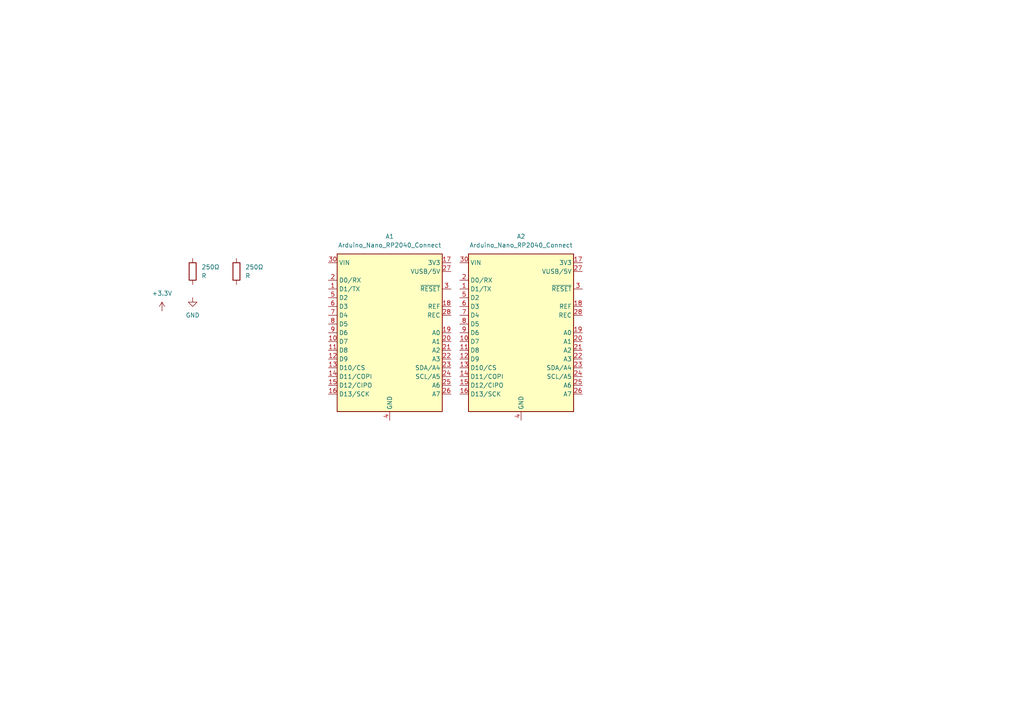
<source format=kicad_sch>
(kicad_sch (version 20250114) (generator "eeschema") (generator_version "9.0")
  (paper "A4")
  (title_block (title "LEDドライバ") (date "2025-03-02") (company "ANDO Tomoki") (comment 1 "01"))
  (lib_symbols
    (symbol "Device:R" (pin_numbers (hide yes)) (pin_names (offset 0))
      (property "Reference" "R" (at 2.032 0 90))
      (property "Value" "R" (at 0 0 90))
      (symbol "R_0_1"
        (rectangle (start -1.016 -2.54) (end 1.016 2.54) (stroke (width 0.254)))
      )
      (symbol "R_1_1"
        (pin passive line (at 0 3.81 270) (length 1.27) (name "~") (number "1"))
        (pin passive line (at 0 -3.81 90) (length 1.27) (name "~") (number "2"))
      )
    )
    (symbol "MCU_Module:Arduino_Nano_RP2040_Connect"
      (property "Reference" "A" (at -14.986 23.622 0))
      (property "Value" "Arduino_Nano_RP2040_Connect" (at 3.81 -25.654 0))
      (symbol "Arduino_Nano_RP2040_Connect_0_1"
        (rectangle (start -15.24 22.86) (end 15.24 -22.86) (stroke (width 0.254)) (fill (type background)))
      )
      (symbol "Arduino_Nano_RP2040_Connect_1_1"
        (pin power_in line (at -17.78 20.32 0) (length 2.54) (name "VIN") (number "30"))
        (pin bidirectional line (at -17.78 15.24 0) (length 2.54) (name "D0/RX") (number "2"))
        (pin bidirectional line (at -17.78 12.7 0) (length 2.54) (name "D1/TX") (number "1"))
        (pin bidirectional line (at -17.78 10.16 0) (length 2.54) (name "D2") (number "5"))
        (pin bidirectional line (at -17.78 7.62 0) (length 2.54) (name "D3") (number "6"))
        (pin bidirectional line (at -17.78 5.08 0) (length 2.54) (name "D4") (number "7"))
        (pin bidirectional line (at -17.78 2.54 0) (length 2.54) (name "D5") (number "8"))
        (pin bidirectional line (at -17.78 0 0) (length 2.54) (name "D6") (number "9"))
        (pin bidirectional line (at -17.78 -2.54 0) (length 2.54) (name "D7") (number "10"))
        (pin bidirectional line (at -17.78 -5.08 0) (length 2.54) (name "D8") (number "11"))
        (pin bidirectional line (at -17.78 -7.62 0) (length 2.54) (name "D9") (number "12"))
        (pin bidirectional line (at -17.78 -10.16 0) (length 2.54) (name "D10/CS") (number "13"))
        (pin bidirectional line (at -17.78 -12.7 0) (length 2.54) (name "D11/COPI") (number "14"))
        (pin bidirectional line (at -17.78 -15.24 0) (length 2.54) (name "D12/CIPO") (number "15"))
        (pin bidirectional line (at -17.78 -17.78 0) (length 2.54) (name "D13/SCK") (number "16"))
        (pin passive line (at 0 -25.4 90) (length 2.54) (hide yes) (name "GND") (number "29"))
        (pin power_in line (at 0 -25.4 90) (length 2.54) (name "GND") (number "4"))
        (pin power_out line (at 17.78 20.32 180) (length 2.54) (name "3V3") (number "17"))
        (pin power_out line (at 17.78 17.78 180) (length 2.54) (name "VUSB/5V") (number "27"))
        (pin input line (at 17.78 12.7 180) (length 2.54) (name "~{RESET}") (number "3"))
        (pin passive line (at 17.78 7.62 180) (length 2.54) (name "REF") (number "18"))
        (pin input line (at 17.78 5.08 180) (length 2.54) (name "REC") (number "28"))
        (pin bidirectional line (at 17.78 0 180) (length 2.54) (name "A0") (number "19"))
        (pin bidirectional line (at 17.78 -2.54 180) (length 2.54) (name "A1") (number "20"))
        (pin bidirectional line (at 17.78 -5.08 180) (length 2.54) (name "A2") (number "21"))
        (pin bidirectional line (at 17.78 -7.62 180) (length 2.54) (name "A3") (number "22"))
        (pin bidirectional line (at 17.78 -10.16 180) (length 2.54) (name "SDA/A4") (number "23"))
        (pin bidirectional line (at 17.78 -12.7 180) (length 2.54) (name "SCL/A5") (number "24"))
        (pin bidirectional line (at 17.78 -15.24 180) (length 2.54) (name "A6") (number "25"))
        (pin bidirectional line (at 17.78 -17.78 180) (length 2.54) (name "A7") (number "26"))
      )
    )
    (symbol "power:+3.3V" (power) (pin_numbers (hide yes)) (pin_names (offset 0) (hide yes))
      (property "Value" "+3.3V" (at 0 3.556 0))
      (symbol "+3.3V_0_1"
        (polyline (pts (xy -0.762 1.27) (xy 0 2.54)))
        (polyline (pts (xy 0 2.54) (xy 0.762 1.27)))
        (polyline (pts (xy 0 0) (xy 0 2.54)))
      )
      (symbol "+3.3V_1_1"
        (pin power_in line (at 0 0 90) (length 0) (name "~") (number "1"))
      )
    )
    (symbol "power:GND" (power) (pin_numbers (hide yes)) (pin_names (offset 0) (hide yes))
      (property "Value" "GND" (at 0 -3.81 0))
      (symbol "GND_0_1"
        (polyline (pts (xy 0 0) (xy 0 -1.27) (xy 1.27 -1.27) (xy 0 -2.54) (xy -1.27 -1.27) (xy 0 -1.27)))
      )
      (symbol "GND_1_1"
        (pin power_in line (at 0 0 270) (length 0) (name "~") (number "1"))
      )
    )
  )
  (symbol (lib_id "power:+3.3V") (at 46.99 90.17 0) (unit 1)
    (property "Reference" "#PWR02" (effects (hide yes)))
    (property "Value" "+3.3V" (at 46.99 85.09 0))
    (property "Description" "Power symbol creates a global label with name \"+3.3V\"" (effects (hide yes)))
  )
  (symbol (lib_id "Device:R") (at 68.58 78.74 0) (unit 1)
    (property "Reference" "250Ω" (at 71.12 77.4699 0) (effects (justify left)))
    (property "Value" "R" (at 71.12 80.0099 0) (effects (justify left)))
    (property "Description" "Resistor" (effects (hide yes)))
  )
  (symbol (lib_id "Device:R") (at 55.88 78.74 0) (unit 1)
    (property "Reference" "250Ω" (at 58.42 77.4699 0) (effects (justify left)))
    (property "Value" "R" (at 58.42 80.0099 0) (effects (justify left)))
    (property "Description" "Resistor" (effects (hide yes)))
  )
  (symbol (lib_id "power:GND") (at 55.88 86.36 0) (unit 1)
    (property "Reference" "#PWR01" (effects (hide yes)))
    (property "Value" "GND" (at 55.88 91.44 0))
    (property "Description" "Power symbol creates a global label with name \"GND\" , ground" (effects (hide yes)))
  )
  (symbol (lib_id "MCU_Module:Arduino_Nano_RP2040_Connect") (at 151.13 96.52 0) (unit 1)
    (property "Reference" "A2" (at 151.13 68.58 0))
    (property "Value" "Arduino_Nano_RP2040_Connect" (at 151.13 71.12 0))
    (property "Footprint" "Module:Arduino_Nano" (effects (hide yes)))
    (property "Datasheet" "https://docs.arduino.cc/resources/datasheets/ABX00053-datasheet.pdf" (effects (hide yes)))
    (property "Description" "Arduino Nano board based on the RP2040 microcontroller with a dual-core 133 MHz ARM Cortex-M0+ processor, 264 kB SRAM, and up to 16 MB flash memory. Operates at 3.3V, with 5V Micro USB input and 4-20V VIN. Features Wi-Fi®, Bluetooth® LE, digital and analog pins, and supports SPI, I2C, UART, and PIO. Includes a 6-axis IMU, RGB LED, microphone, and cryptographic chip for secure communication." (effects (hide yes)))
  )
  (symbol (lib_id "MCU_Module:Arduino_Nano_RP2040_Connect") (at 113.03 96.52 0) (unit 1)
    (property "Reference" "A1" (at 113.03 68.58 0))
    (property "Value" "Arduino_Nano_RP2040_Connect" (at 113.03 71.12 0))
    (property "Footprint" "Module:Arduino_Nano" (effects (hide yes)))
    (property "Datasheet" "https://docs.arduino.cc/resources/datasheets/ABX00053-datasheet.pdf" (effects (hide yes)))
    (property "Description" "Arduino Nano board based on the RP2040 microcontroller with a dual-core 133 MHz ARM Cortex-M0+ processor, 264 kB SRAM, and up to 16 MB flash memory. Operates at 3.3V, with 5V Micro USB input and 4-20V VIN. Features Wi-Fi®, Bluetooth® LE, digital and analog pins, and supports SPI, I2C, UART, and PIO. Includes a 6-axis IMU, RGB LED, microphone, and cryptographic chip for secure communication." (effects (hide yes)))
  )
)
</source>
